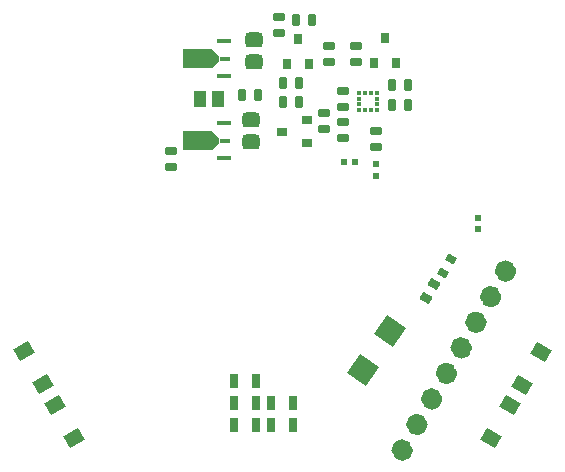
<source format=gtp>
G04 Layer_Color=8421504*
%FSLAX24Y24*%
%MOIN*%
G70*
G01*
G75*
%ADD66C,0.0354*%
G04:AMPARAMS|DCode=67|XSize=27.1mil|YSize=37.4mil|CornerRadius=4.8mil|HoleSize=0mil|Usage=FLASHONLY|Rotation=90.000|XOffset=0mil|YOffset=0mil|HoleType=Round|Shape=RoundedRectangle|*
%AMROUNDEDRECTD67*
21,1,0.0271,0.0277,0,0,90.0*
21,1,0.0175,0.0374,0,0,90.0*
1,1,0.0097,0.0139,0.0087*
1,1,0.0097,0.0139,-0.0087*
1,1,0.0097,-0.0139,-0.0087*
1,1,0.0097,-0.0139,0.0087*
%
%ADD67ROUNDEDRECTD67*%
%ADD68R,0.0140X0.0130*%
%ADD69R,0.0130X0.0140*%
%ADD70R,0.0452X0.0177*%
%ADD71R,0.0374X0.0177*%
G04:AMPARAMS|DCode=72|XSize=50mil|YSize=58mil|CornerRadius=12mil|HoleSize=0mil|Usage=FLASHONLY|Rotation=270.000|XOffset=0mil|YOffset=0mil|HoleType=Round|Shape=RoundedRectangle|*
%AMROUNDEDRECTD72*
21,1,0.0500,0.0340,0,0,270.0*
21,1,0.0260,0.0580,0,0,270.0*
1,1,0.0240,-0.0170,-0.0130*
1,1,0.0240,-0.0170,0.0130*
1,1,0.0240,0.0170,0.0130*
1,1,0.0240,0.0170,-0.0130*
%
%ADD72ROUNDEDRECTD72*%
G04:AMPARAMS|DCode=73|XSize=27.1mil|YSize=37.4mil|CornerRadius=4.8mil|HoleSize=0mil|Usage=FLASHONLY|Rotation=180.000|XOffset=0mil|YOffset=0mil|HoleType=Round|Shape=RoundedRectangle|*
%AMROUNDEDRECTD73*
21,1,0.0271,0.0277,0,0,180.0*
21,1,0.0175,0.0374,0,0,180.0*
1,1,0.0097,-0.0087,0.0139*
1,1,0.0097,0.0087,0.0139*
1,1,0.0097,0.0087,-0.0139*
1,1,0.0097,-0.0087,-0.0139*
%
%ADD73ROUNDEDRECTD73*%
%ADD74R,0.0300X0.0340*%
%ADD75R,0.0340X0.0300*%
%ADD76R,0.0315X0.0472*%
G04:AMPARAMS|DCode=77|XSize=32.6mil|YSize=24.4mil|CornerRadius=0mil|HoleSize=0mil|Usage=FLASHONLY|Rotation=150.000|XOffset=0mil|YOffset=0mil|HoleType=Round|Shape=Rectangle|*
%AMROTATEDRECTD77*
4,1,4,0.0202,0.0024,0.0080,-0.0187,-0.0202,-0.0024,-0.0080,0.0187,0.0202,0.0024,0.0*
%
%ADD77ROTATEDRECTD77*%

%ADD78R,0.0413X0.0531*%
G04:AMPARAMS|DCode=79|XSize=27.1mil|YSize=37.4mil|CornerRadius=4.8mil|HoleSize=0mil|Usage=FLASHONLY|Rotation=240.000|XOffset=0mil|YOffset=0mil|HoleType=Round|Shape=RoundedRectangle|*
%AMROUNDEDRECTD79*
21,1,0.0271,0.0277,0,0,240.0*
21,1,0.0175,0.0374,0,0,240.0*
1,1,0.0097,-0.0164,-0.0006*
1,1,0.0097,-0.0076,0.0145*
1,1,0.0097,0.0164,0.0006*
1,1,0.0097,0.0076,-0.0145*
%
%ADD79ROUNDEDRECTD79*%
%ADD80P,0.1089X4X100.0*%
G04:AMPARAMS|DCode=81|XSize=45.2mil|YSize=57.1mil|CornerRadius=0mil|HoleSize=0mil|Usage=FLASHONLY|Rotation=300.000|XOffset=0mil|YOffset=0mil|HoleType=Round|Shape=Rectangle|*
%AMROTATEDRECTD81*
4,1,4,-0.0360,0.0053,0.0134,0.0339,0.0360,-0.0053,-0.0134,-0.0339,-0.0360,0.0053,0.0*
%
%ADD81ROTATEDRECTD81*%

G04:AMPARAMS|DCode=82|XSize=20mil|YSize=22mil|CornerRadius=3.4mil|HoleSize=0mil|Usage=FLASHONLY|Rotation=270.000|XOffset=0mil|YOffset=0mil|HoleType=Round|Shape=RoundedRectangle|*
%AMROUNDEDRECTD82*
21,1,0.0200,0.0152,0,0,270.0*
21,1,0.0132,0.0220,0,0,270.0*
1,1,0.0068,-0.0076,-0.0066*
1,1,0.0068,-0.0076,0.0066*
1,1,0.0068,0.0076,0.0066*
1,1,0.0068,0.0076,-0.0066*
%
%ADD82ROUNDEDRECTD82*%
G04:AMPARAMS|DCode=83|XSize=45.2mil|YSize=57.1mil|CornerRadius=0mil|HoleSize=0mil|Usage=FLASHONLY|Rotation=240.000|XOffset=0mil|YOffset=0mil|HoleType=Round|Shape=Rectangle|*
%AMROTATEDRECTD83*
4,1,4,-0.0134,0.0339,0.0360,0.0053,0.0134,-0.0339,-0.0360,-0.0053,-0.0134,0.0339,0.0*
%
%ADD83ROTATEDRECTD83*%

G04:AMPARAMS|DCode=84|XSize=20mil|YSize=22mil|CornerRadius=3.4mil|HoleSize=0mil|Usage=FLASHONLY|Rotation=0.000|XOffset=0mil|YOffset=0mil|HoleType=Round|Shape=RoundedRectangle|*
%AMROUNDEDRECTD84*
21,1,0.0200,0.0152,0,0,0.0*
21,1,0.0132,0.0220,0,0,0.0*
1,1,0.0068,0.0066,-0.0076*
1,1,0.0068,-0.0066,-0.0076*
1,1,0.0068,-0.0066,0.0076*
1,1,0.0068,0.0066,0.0076*
%
%ADD84ROUNDEDRECTD84*%
G36*
X2393Y12465D02*
X2623Y12234D01*
Y12046D01*
X2393Y11815D01*
X1423Y11815D01*
X1423Y12465D01*
X2393Y12465D01*
D02*
G37*
G36*
X2383Y15195D02*
X2613Y14964D01*
Y14776D01*
X2383Y14545D01*
X1413D01*
X1413Y15195D01*
X2383Y15195D01*
D02*
G37*
D66*
X8902Y1820D02*
G03*
X8902Y1820I-177J0D01*
G01*
X9394Y2673D02*
G03*
X9394Y2673I-177J0D01*
G01*
X9886Y3525D02*
G03*
X9886Y3525I-177J0D01*
G01*
X10378Y4377D02*
G03*
X10378Y4377I-177J0D01*
G01*
X10870Y5230D02*
G03*
X10870Y5230I-177J0D01*
G01*
X11363Y6082D02*
G03*
X11363Y6082I-177J0D01*
G01*
X11855Y6935D02*
G03*
X11855Y6935I-177J0D01*
G01*
X12347Y7787D02*
G03*
X12347Y7787I-177J0D01*
G01*
D67*
X1020Y11252D02*
D03*
Y11788D02*
D03*
X6750Y12752D02*
D03*
Y12217D02*
D03*
Y13267D02*
D03*
Y13802D02*
D03*
X4615Y16262D02*
D03*
Y15727D02*
D03*
X6135Y12531D02*
D03*
X6135Y13066D02*
D03*
X6300Y14752D02*
D03*
Y15288D02*
D03*
X7190Y14752D02*
D03*
X7190Y15288D02*
D03*
X7870Y12448D02*
D03*
Y11912D02*
D03*
D68*
X7295Y13731D02*
D03*
X7885Y13731D02*
D03*
X7295Y13538D02*
D03*
X7885Y13538D02*
D03*
X7295Y13342D02*
D03*
X7885D02*
D03*
X7295Y13149D02*
D03*
X7885D02*
D03*
D69*
X7492Y13735D02*
D03*
X7688D02*
D03*
X7492Y13145D02*
D03*
X7688Y13145D02*
D03*
D70*
X2791Y11549D02*
D03*
X2791Y12731D02*
D03*
X2781Y15461D02*
D03*
X2781Y14279D02*
D03*
D71*
X2830Y12140D02*
D03*
X2820Y14870D02*
D03*
D72*
X3700Y12080D02*
D03*
X3700Y12834D02*
D03*
X3790Y14750D02*
D03*
Y15504D02*
D03*
D73*
X5278Y13410D02*
D03*
X4742Y13410D02*
D03*
X4747Y14074D02*
D03*
X5283Y14074D02*
D03*
X5177Y16154D02*
D03*
X5713Y16154D02*
D03*
X8928Y13980D02*
D03*
X8392D02*
D03*
X8928Y13340D02*
D03*
X8392D02*
D03*
X3382Y13650D02*
D03*
X3918Y13650D02*
D03*
D74*
X8145Y15554D02*
D03*
X8525Y14720D02*
D03*
X7771Y14720D02*
D03*
X5255Y15514D02*
D03*
X5635Y14681D02*
D03*
X4881Y14681D02*
D03*
D75*
X4730Y12440D02*
D03*
X5564Y12820D02*
D03*
X5564Y12066D02*
D03*
D76*
X3111Y4129D02*
D03*
X3839Y4129D02*
D03*
X3111Y3379D02*
D03*
X3839Y3379D02*
D03*
X3839Y2649D02*
D03*
X3111Y2649D02*
D03*
X4366Y3399D02*
D03*
X5095D02*
D03*
X4366Y2649D02*
D03*
X5095D02*
D03*
D77*
X10351Y8177D02*
D03*
X10089Y7723D02*
D03*
D78*
X1995Y13510D02*
D03*
X2585Y13510D02*
D03*
D79*
X9536Y6878D02*
D03*
X9804Y7342D02*
D03*
D80*
X7408Y4485D02*
D03*
X8313Y5777D02*
D03*
D81*
X-3870Y5120D02*
D03*
X-3240Y4029D02*
D03*
X-2850Y3320D02*
D03*
X-2220Y2229D02*
D03*
D82*
X11260Y9569D02*
D03*
Y9190D02*
D03*
X7850Y11349D02*
D03*
X7850Y10970D02*
D03*
D83*
X13360Y5090D02*
D03*
X12730Y3999D02*
D03*
X12330Y3310D02*
D03*
X11700Y2219D02*
D03*
D84*
X6771Y11440D02*
D03*
X7150D02*
D03*
M02*

</source>
